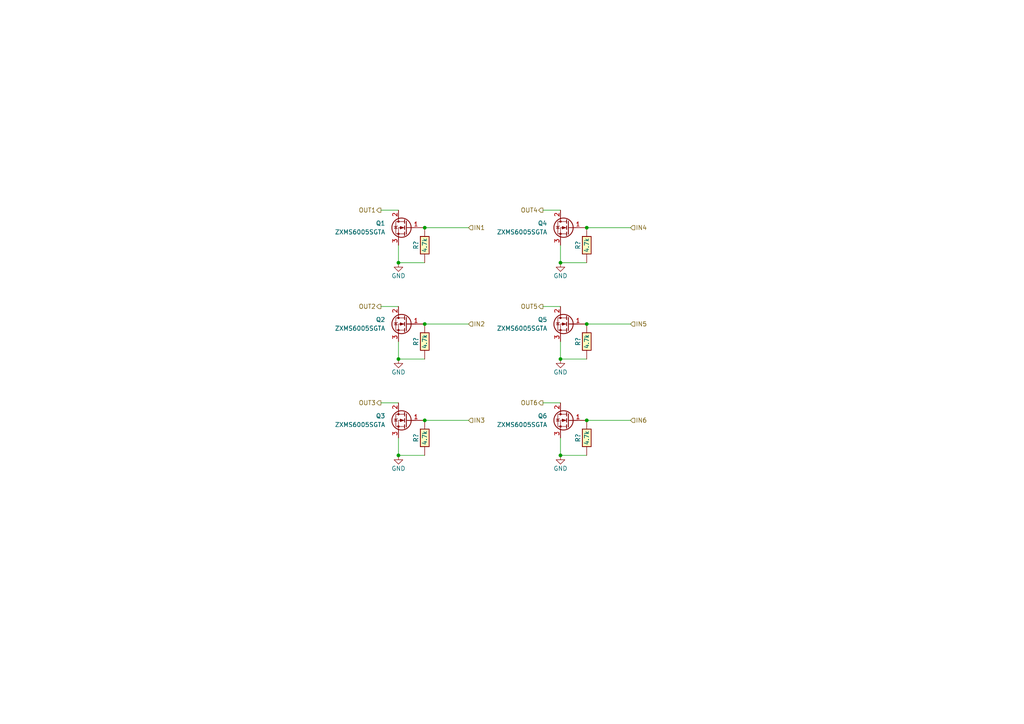
<source format=kicad_sch>
(kicad_sch (version 20230121) (generator eeschema)
  (paper "A4")
  (lib_symbols
    (symbol "Transistor_FET:BSP129" (pin_names hide)
      (property "Reference" "Q" (at 5.08 1.905 0))
      (property "Value" "BSP129" (at 5.08 0 0))
      (symbol "BSP129_0_1"
        (polyline (pts (xy 0.254 0) (xy -2.54 0)))
        (polyline (pts (xy 0.254 1.905) (xy 0.254 -1.905)) (stroke (width 0.254)))
        (polyline (pts (xy 0.762 -1.27) (xy 0.762 -2.286)) (stroke (width 0.254)))
        (polyline (pts (xy 0.762 0.508) (xy 0.762 -0.508)) (stroke (width 0.254)))
        (polyline (pts (xy 0.762 2.286) (xy 0.762 1.27)) (stroke (width 0.254)))
        (polyline (pts (xy 2.54 2.54) (xy 2.54 1.778)))
        (polyline (pts (xy 2.54 -2.54) (xy 2.54 0) (xy 0.762 0)))
        (polyline (pts (xy 0.762 -1.778) (xy 3.302 -1.778) (xy 3.302 1.778) (xy 0.762 1.778)))
        (polyline (pts (xy 1.016 0) (xy 2.032 0.381) (xy 2.032 -0.381) (xy 1.016 0)) (fill (type outline)))
        (polyline (pts (xy 2.794 0.508) (xy 2.921 0.381) (xy 3.683 0.381) (xy 3.81 0.254)))
        (polyline (pts (xy 3.302 0.381) (xy 2.921 -0.254) (xy 3.683 -0.254) (xy 3.302 0.381)))
        (circle (center 1.651 0) (radius 2.794) (stroke (width 0.254)))
        (circle (center 2.54 -1.778) (radius 0.254) (fill (type outline)))
        (circle (center 2.54 1.778) (radius 0.254) (fill (type outline)))
      )
      (symbol "BSP129_1_1"
        (pin input line (at -5.08 0 0) (length 5.08) (name "G") (number "1"))
        (pin passive line (at 2.54 5.08 270) (length 2.54) (name "D") (number "2"))
        (pin passive line (at 2.54 -5.08 90) (length 2.54) (name "S") (number "3"))
      )
    )
    (symbol "hellen-one-common:Res" (pin_numbers hide)
      (property "Reference" "R" (at 3.81 2.54 0))
      (property "Value" "Res" (at 5.08 -2.54 0))
      (symbol "Res_1_0"
        (rectangle (start 2.54 -1.27) (end 7.62 1.27) (stroke (width 0.254)) (fill (type background)))
        (pin passive line (at 0 0 0) (length 2.54) (name "") (number "1"))
        (pin passive line (at 10.16 0 180) (length 2.54) (name "") (number "2"))
      )
    )
    (symbol "power:GND" (power) (pin_names (offset 0))
      (property "Value" "GND" (at 0 -3.81 0))
      (symbol "GND_0_1"
        (polyline (pts (xy 0 0) (xy 0 -1.27) (xy 1.27 -1.27) (xy 0 -2.54) (xy -1.27 -1.27) (xy 0 -1.27)))
      )
      (symbol "GND_1_1"
        (pin power_in line (at 0 0 270) (length 0) hide (name "GND") (number "1"))
      )
    )
  )
  (junction (at 123.19 121.92))
  (junction (at 115.57 76.2))
  (junction (at 162.56 76.2))
  (junction (at 123.19 93.98))
  (junction (at 115.57 132.08))
  (junction (at 123.19 66.04))
  (junction (at 170.18 66.04))
  (junction (at 115.57 104.14))
  (junction (at 170.18 121.92))
  (junction (at 162.56 132.08))
  (junction (at 162.56 104.14))
  (junction (at 170.18 93.98))
  (wire (pts (xy 115.57 132.08) (xy 123.19 132.08)))
  (wire (pts (xy 115.57 104.14) (xy 123.19 104.14)))
  (wire (pts (xy 110.49 116.84) (xy 115.57 116.84)))
  (wire (pts (xy 115.57 76.2) (xy 123.19 76.2)))
  (wire (pts (xy 123.19 66.04) (xy 135.89 66.04)))
  (wire (pts (xy 162.56 71.12) (xy 162.56 76.2)))
  (wire (pts (xy 115.57 71.12) (xy 115.57 76.2)))
  (wire (pts (xy 162.56 127) (xy 162.56 132.08)))
  (wire (pts (xy 115.57 99.06) (xy 115.57 104.14)))
  (wire (pts (xy 162.56 99.06) (xy 162.56 104.14)))
  (wire (pts (xy 123.19 93.98) (xy 135.89 93.98)))
  (wire (pts (xy 110.49 60.96) (xy 115.57 60.96)))
  (wire (pts (xy 162.56 132.08) (xy 170.18 132.08)))
  (wire (pts (xy 115.57 127) (xy 115.57 132.08)))
  (wire (pts (xy 170.18 66.04) (xy 182.88 66.04)))
  (wire (pts (xy 170.18 93.98) (xy 182.88 93.98)))
  (wire (pts (xy 123.19 121.92) (xy 135.89 121.92)))
  (wire (pts (xy 162.56 104.14) (xy 170.18 104.14)))
  (wire (pts (xy 162.56 76.2) (xy 170.18 76.2)))
  (wire (pts (xy 157.48 116.84) (xy 162.56 116.84)))
  (wire (pts (xy 157.48 60.96) (xy 162.56 60.96)))
  (wire (pts (xy 110.49 88.9) (xy 115.57 88.9)))
  (wire (pts (xy 170.18 121.92) (xy 182.88 121.92)))
  (wire (pts (xy 157.48 88.9) (xy 162.56 88.9)))
  (hierarchical_label "IN3" (shape input) (at 135.89 121.92 0))
  (hierarchical_label "OUT3" (shape output) (at 110.49 116.84 180))
  (hierarchical_label "OUT1" (shape output) (at 110.49 60.96 180))
  (hierarchical_label "IN1" (shape input) (at 135.89 66.04 0))
  (hierarchical_label "IN4" (shape input) (at 182.88 66.04 0))
  (hierarchical_label "OUT6" (shape output) (at 157.48 116.84 180))
  (hierarchical_label "IN6" (shape input) (at 182.88 121.92 0))
  (hierarchical_label "IN2" (shape input) (at 135.89 93.98 0))
  (hierarchical_label "OUT2" (shape output) (at 110.49 88.9 180))
  (hierarchical_label "OUT4" (shape output) (at 157.48 60.96 180))
  (hierarchical_label "IN5" (shape input) (at 182.88 93.98 0))
  (hierarchical_label "OUT5" (shape output) (at 157.48 88.9 180))
  (symbol (lib_id "Transistor_FET:BSP129") (at 118.11 66.04 0) (mirror y) (unit 1)
    (property "Reference" "Q1" (at 111.76 64.77 0) (effects (justify left)))
    (property "Value" "ZXMS6005SGTA" (at 111.76 67.31 0) (effects (justify left)))
    (property "Footprint" "Package_TO_SOT_SMD:SOT-223" (effects hide))
    (property "Datasheet" "https://www.diodes.com/assets/Datasheets/ds32249.pdf" (effects hide))
    (property "LCSC" "C174042" (effects hide))
    (instances (project "bmw_v6_90pin" (path "" (reference "Q1") (unit 1))) (project "uaefi" (path "" (reference "Q?") (unit 1)) (path "" (reference "Q?") (unit 1))))
  )
  (symbol (lib_id "Transistor_FET:BSP129") (at 165.1 66.04 0) (mirror y) (unit 1)
    (property "Reference" "Q4" (at 158.75 64.77 0) (effects (justify left)))
    (property "Value" "ZXMS6005SGTA" (at 158.75 67.31 0) (effects (justify left)))
    (property "Footprint" "Package_TO_SOT_SMD:SOT-223" (effects hide))
    (property "Datasheet" "https://www.diodes.com/assets/Datasheets/ds32249.pdf" (effects hide))
    (property "LCSC" "C174042" (effects hide))
    (instances (project "bmw_v6_90pin" (path "" (reference "Q4") (unit 1))) (project "uaefi" (path "" (reference "Q?") (unit 1)) (path "" (reference "Q?") (unit 1))))
  )
  (symbol (lib_id "power:GND") (at 115.57 104.14 0) (unit 1)
    (property "Reference" "#PWR?" (effects hide))
    (property "Value" "GND" (at 115.57 107.95 0))
    (instances (project "hellen-hyundai-pb-154" (path "" (reference "#PWR?") (unit 1)) (path "" (reference "#PWR?") (unit 1))) (project "DUMB_COILS4" (path "" (reference "#PWR?") (unit 1))) (project "bmw_v6_90pin" (path "" (reference "#PWR0167") (unit 1))) (project "uaefi" (path "" (reference "#PWR?") (unit 1)) (path "" (reference "#PWR?") (unit 1)) (path "" (reference "#PWR?") (unit 1)) (path "" (reference "#PWR?") (unit 1))) (project "ign_quad" (path "" (reference "#PWR?") (unit 1))))
  )
  (symbol (lib_id "power:GND") (at 162.56 76.2 0) (unit 1)
    (property "Reference" "#PWR?" (effects hide))
    (property "Value" "GND" (at 162.56 80.01 0))
    (instances (project "hellen-hyundai-pb-154" (path "" (reference "#PWR?") (unit 1)) (path "" (reference "#PWR?") (unit 1))) (project "DUMB_COILS4" (path "" (reference "#PWR?") (unit 1))) (project "bmw_v6_90pin" (path "" (reference "#PWR0163") (unit 1))) (project "uaefi" (path "" (reference "#PWR?") (unit 1)) (path "" (reference "#PWR?") (unit 1)) (path "" (reference "#PWR?") (unit 1)) (path "" (reference "#PWR?") (unit 1))) (project "ign_quad" (path "" (reference "#PWR?") (unit 1))))
  )
  (symbol (lib_id "Transistor_FET:BSP129") (at 118.11 121.92 0) (mirror y) (unit 1)
    (property "Reference" "Q3" (at 111.76 120.65 0) (effects (justify left)))
    (property "Value" "ZXMS6005SGTA" (at 111.76 123.19 0) (effects (justify left)))
    (property "Footprint" "Package_TO_SOT_SMD:SOT-223" (effects hide))
    (property "Datasheet" "https://www.diodes.com/assets/Datasheets/ds32249.pdf" (effects hide))
    (property "LCSC" "C174042" (effects hide))
    (instances (project "bmw_v6_90pin" (path "" (reference "Q3") (unit 1))) (project "uaefi" (path "" (reference "Q?") (unit 1)) (path "" (reference "Q?") (unit 1))))
  )
  (symbol (lib_id "hellen-one-common:Res") (at 123.19 132.08 90) (unit 1)
    (property "Reference" "R?" (at 120.65 127 0))
    (property "Value" "4.7k" (at 123.19 127 0))
    (property "Footprint" "footprints:R0603" (effects hide))
    (property "LCSC" "C23162" (effects hide))
    (instances (project "alphax_8ch" (path "" (reference "R?") (unit 1)) (path "" (reference "R?") (unit 1))) (project "bmw_v6_90pin" (path "" (reference "R8") (unit 1))) (project "uaefi" (path "" (reference "R?") (unit 1)) (path "" (reference "R?") (unit 1)) (path "" (reference "R?") (unit 1))))
  )
  (symbol (lib_id "power:GND") (at 115.57 76.2 0) (unit 1)
    (property "Reference" "#PWR?" (effects hide))
    (property "Value" "GND" (at 115.57 80.01 0))
    (instances (project "hellen-hyundai-pb-154" (path "" (reference "#PWR?") (unit 1)) (path "" (reference "#PWR?") (unit 1))) (project "DUMB_COILS4" (path "" (reference "#PWR?") (unit 1))) (project "bmw_v6_90pin" (path "" (reference "#PWR0166") (unit 1))) (project "uaefi" (path "" (reference "#PWR?") (unit 1)) (path "" (reference "#PWR?") (unit 1)) (path "" (reference "#PWR?") (unit 1)) (path "" (reference "#PWR?") (unit 1))) (project "ign_quad" (path "" (reference "#PWR?") (unit 1))))
  )
  (symbol (lib_id "Transistor_FET:BSP129") (at 118.11 93.98 0) (mirror y) (unit 1)
    (property "Reference" "Q2" (at 111.76 92.71 0) (effects (justify left)))
    (property "Value" "ZXMS6005SGTA" (at 111.76 95.25 0) (effects (justify left)))
    (property "Footprint" "Package_TO_SOT_SMD:SOT-223" (effects hide))
    (property "Datasheet" "https://www.diodes.com/assets/Datasheets/ds32249.pdf" (effects hide))
    (property "LCSC" "C174042" (effects hide))
    (instances (project "bmw_v6_90pin" (path "" (reference "Q2") (unit 1))) (project "uaefi" (path "" (reference "Q?") (unit 1)) (path "" (reference "Q?") (unit 1))))
  )
  (symbol (lib_id "power:GND") (at 162.56 104.14 0) (unit 1)
    (property "Reference" "#PWR?" (effects hide))
    (property "Value" "GND" (at 162.56 107.95 0))
    (instances (project "hellen-hyundai-pb-154" (path "" (reference "#PWR?") (unit 1)) (path "" (reference "#PWR?") (unit 1))) (project "DUMB_COILS4" (path "" (reference "#PWR?") (unit 1))) (project "bmw_v6_90pin" (path "" (reference "#PWR0164") (unit 1))) (project "uaefi" (path "" (reference "#PWR?") (unit 1)) (path "" (reference "#PWR?") (unit 1)) (path "" (reference "#PWR?") (unit 1)) (path "" (reference "#PWR?") (unit 1))) (project "ign_quad" (path "" (reference "#PWR?") (unit 1))))
  )
  (symbol (lib_id "power:GND") (at 115.57 132.08 0) (unit 1)
    (property "Reference" "#PWR?" (effects hide))
    (property "Value" "GND" (at 115.57 135.89 0))
    (instances (project "hellen-hyundai-pb-154" (path "" (reference "#PWR?") (unit 1)) (path "" (reference "#PWR?") (unit 1))) (project "DUMB_COILS4" (path "" (reference "#PWR?") (unit 1))) (project "bmw_v6_90pin" (path "" (reference "#PWR0165") (unit 1))) (project "uaefi" (path "" (reference "#PWR?") (unit 1)) (path "" (reference "#PWR?") (unit 1)) (path "" (reference "#PWR?") (unit 1)) (path "" (reference "#PWR?") (unit 1))) (project "ign_quad" (path "" (reference "#PWR?") (unit 1))))
  )
  (symbol (lib_id "Transistor_FET:BSP129") (at 165.1 121.92 0) (mirror y) (unit 1)
    (property "Reference" "Q6" (at 158.75 120.65 0) (effects (justify left)))
    (property "Value" "ZXMS6005SGTA" (at 158.75 123.19 0) (effects (justify left)))
    (property "Footprint" "Package_TO_SOT_SMD:SOT-223" (effects hide))
    (property "Datasheet" "https://www.diodes.com/assets/Datasheets/ds32249.pdf" (effects hide))
    (property "LCSC" "C174042" (effects hide))
    (instances (project "bmw_v6_90pin" (path "" (reference "Q6") (unit 1))) (project "uaefi" (path "" (reference "Q?") (unit 1)) (path "" (reference "Q?") (unit 1))))
  )
  (symbol (lib_id "hellen-one-common:Res") (at 170.18 132.08 90) (unit 1)
    (property "Reference" "R?" (at 167.64 127 0))
    (property "Value" "4.7k" (at 170.18 127 0))
    (property "Footprint" "footprints:R0603" (effects hide))
    (property "LCSC" "C23162" (effects hide))
    (instances (project "alphax_8ch" (path "" (reference "R?") (unit 1)) (path "" (reference "R?") (unit 1))) (project "bmw_v6_90pin" (path "" (reference "R11") (unit 1))) (project "uaefi" (path "" (reference "R?") (unit 1)) (path "" (reference "R?") (unit 1)) (path "" (reference "R?") (unit 1))))
  )
  (symbol (lib_id "Transistor_FET:BSP129") (at 165.1 93.98 0) (mirror y) (unit 1)
    (property "Reference" "Q5" (at 158.75 92.71 0) (effects (justify left)))
    (property "Value" "ZXMS6005SGTA" (at 158.75 95.25 0) (effects (justify left)))
    (property "Footprint" "Package_TO_SOT_SMD:SOT-223" (effects hide))
    (property "Datasheet" "https://www.diodes.com/assets/Datasheets/ds32249.pdf" (effects hide))
    (property "LCSC" "C174042" (effects hide))
    (instances (project "bmw_v6_90pin" (path "" (reference "Q5") (unit 1))) (project "uaefi" (path "" (reference "Q?") (unit 1)) (path "" (reference "Q?") (unit 1))))
  )
  (symbol (lib_id "power:GND") (at 162.56 132.08 0) (unit 1)
    (property "Reference" "#PWR?" (effects hide))
    (property "Value" "GND" (at 162.56 135.89 0))
    (instances (project "hellen-hyundai-pb-154" (path "" (reference "#PWR?") (unit 1)) (path "" (reference "#PWR?") (unit 1))) (project "DUMB_COILS4" (path "" (reference "#PWR?") (unit 1))) (project "bmw_v6_90pin" (path "" (reference "#PWR0162") (unit 1))) (project "uaefi" (path "" (reference "#PWR?") (unit 1)) (path "" (reference "#PWR?") (unit 1)) (path "" (reference "#PWR?") (unit 1)) (path "" (reference "#PWR?") (unit 1))) (project "ign_quad" (path "" (reference "#PWR?") (unit 1))))
  )
  (symbol (lib_id "hellen-one-common:Res") (at 123.19 104.14 90) (unit 1)
    (property "Reference" "R?" (at 120.65 99.06 0))
    (property "Value" "4.7k" (at 123.19 99.06 0))
    (property "Footprint" "footprints:R0603" (effects hide))
    (property "LCSC" "C23162" (effects hide))
    (instances (project "alphax_8ch" (path "" (reference "R?") (unit 1)) (path "" (reference "R?") (unit 1))) (project "bmw_v6_90pin" (path "" (reference "R7") (unit 1))) (project "uaefi" (path "" (reference "R?") (unit 1)) (path "" (reference "R?") (unit 1)) (path "" (reference "R?") (unit 1))))
  )
  (symbol (lib_id "hellen-one-common:Res") (at 170.18 104.14 90) (unit 1)
    (property "Reference" "R?" (at 167.64 99.06 0))
    (property "Value" "4.7k" (at 170.18 99.06 0))
    (property "Footprint" "footprints:R0603" (effects hide))
    (property "LCSC" "C23162" (effects hide))
    (instances (project "alphax_8ch" (path "" (reference "R?") (unit 1)) (path "" (reference "R?") (unit 1))) (project "bmw_v6_90pin" (path "" (reference "R10") (unit 1))) (project "uaefi" (path "" (reference "R?") (unit 1)) (path "" (reference "R?") (unit 1)) (path "" (reference "R?") (unit 1))))
  )
  (symbol (lib_id "hellen-one-common:Res") (at 170.18 76.2 90) (unit 1)
    (property "Reference" "R?" (at 167.64 71.12 0))
    (property "Value" "4.7k" (at 170.18 71.12 0))
    (property "Footprint" "footprints:R0603" (effects hide))
    (property "LCSC" "C23162" (effects hide))
    (instances (project "alphax_8ch" (path "" (reference "R?") (unit 1)) (path "" (reference "R?") (unit 1))) (project "bmw_v6_90pin" (path "" (reference "R9") (unit 1))) (project "uaefi" (path "" (reference "R?") (unit 1)) (path "" (reference "R?") (unit 1)) (path "" (reference "R?") (unit 1))))
  )
  (symbol (lib_id "hellen-one-common:Res") (at 123.19 76.2 90) (unit 1)
    (property "Reference" "R?" (at 120.65 71.12 0))
    (property "Value" "4.7k" (at 123.19 71.12 0))
    (property "Footprint" "footprints:R0603" (effects hide))
    (property "LCSC" "C23162" (effects hide))
    (instances (project "alphax_8ch" (path "" (reference "R?") (unit 1)) (path "" (reference "R?") (unit 1))) (project "bmw_v6_90pin" (path "" (reference "R6") (unit 1))) (project "uaefi" (path "" (reference "R?") (unit 1)) (path "" (reference "R?") (unit 1)) (path "" (reference "R?") (unit 1))))
  )
)
</source>
